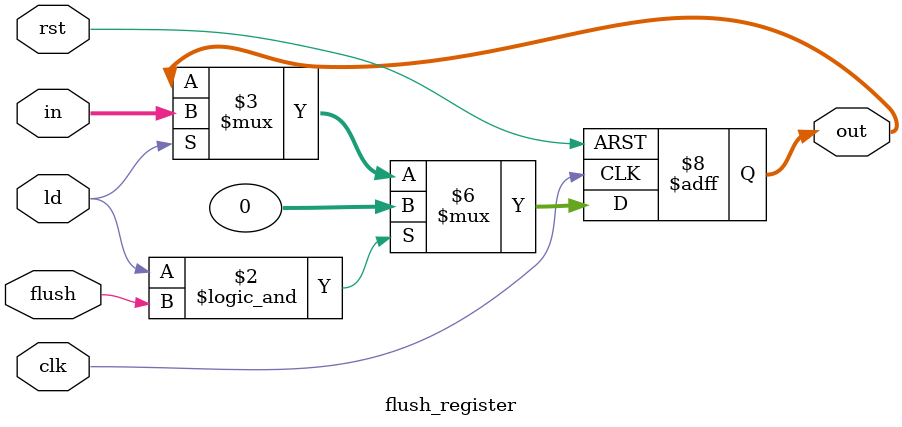
<source format=v>

module flush_register(clk, rst, flush, ld, in, out);

	parameter WORD_LENGTH = 32;
	input clk, rst, flush, ld;
	input[WORD_LENGTH-1:0] in;
	output reg[WORD_LENGTH-1:0] out;

	always@(posedge clk, posedge rst) 
	begin
		if (rst) out <= 0;
		else if (ld && flush) out <= 0;
		else if (ld) out <= in;
	end
	
endmodule
</source>
